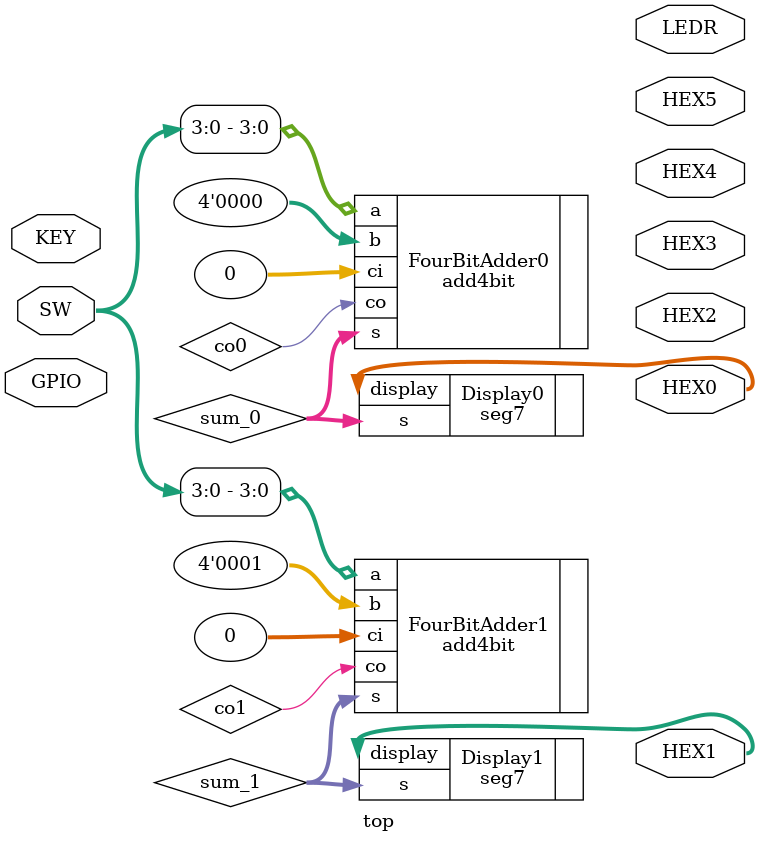
<source format=v>


module top(

	//////////// SEG7 //////////
	output		     [7:0]		HEX0,
	output		     [7:0]		HEX1,
	output		     [7:0]		HEX2,
	output		     [7:0]		HEX3,
	output		     [7:0]		HEX4,
	output		     [7:0]		HEX5,

	//////////// KEY //////////
	input 		     [1:0]		KEY,

	//////////// LED //////////
	output		     [9:0]		LEDR,

	//////////// SW //////////
	input 		     [9:0]		SW,

	//////////// GPIO, GPIO connect to GPIO Default //////////
	inout 		    [35:0]		GPIO
);

//=======================================================
//  REG/WIRE declarations
//=======================================================

wire [3:0] sum_0;
wire [3:0] sum_1;

wire co0;
wire co1;

//=======================================================
//  Structural coding
//=======================================================

// Instantiating both 4-bit adders
add4bit FourBitAdder0(.a(SW[3:0]), .b(4'b0000), .ci(0), .s(sum_0), .co(co0));
add4bit FourBitAdder1(.a(SW[3:0]), .b(4'b0001), .ci(0), .s(sum_1), .co(co1));

// Displaying outputs on the 7-segment display
seg7 Display0(.s(sum_0), .display(HEX0));
seg7 Display1(.s(sum_1), .display(HEX1));

endmodule

</source>
